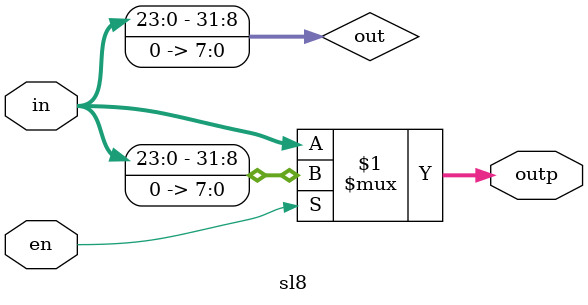
<source format=v>
module sl8(in,en,outp);

input [31:0] in;
input en;
output [31:0] outp;
wire[31:0] out;

assign out[0] = 1'b0;
assign out[1 ] = 1'b0;
assign out[2 ] = 1'b0;
assign out[3 ] = 1'b0;
assign out[4 ] = 1'b0;
assign out[5 ] = 1'b0;
assign out[6 ] = 1'b0;
assign out[7 ] = 1'b0;
assign out[8 ] = in[0 ];
assign out[9 ] = in[1 ];
assign out[10] = in[2 ];
assign out[11] = in[3 ];
assign out[12] = in[4 ];
assign out[13] = in[5 ];
assign out[14] = in[6 ];
assign out[15] = in[7 ];
assign out[16] = in[8 ];
assign out[17] = in[9 ];
assign out[18] = in[10];
assign out[19] = in[11];
assign out[20] = in[12];
assign out[21] = in[13];
assign out[22] = in[14];
assign out[23] = in[15];
assign out[24] = in[16];
assign out[25] = in[17];
assign out[26] = in[18];
assign out[27] = in[19];
assign out[28] = in[20];
assign out[29] = in[21];
assign out[30] = in[22];
assign out[31] = in[23];


assign outp = en? out:in;
endmodule

</source>
